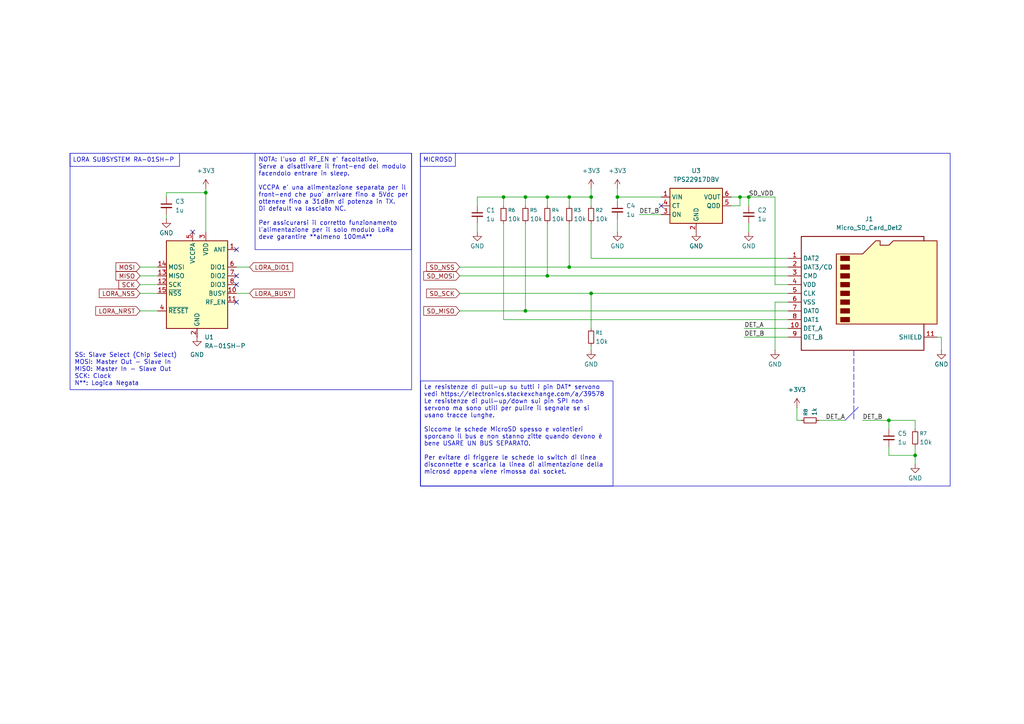
<source format=kicad_sch>
(kicad_sch (version 20250114) (generator "eeschema") (generator_version "9.0")
  (paper "A4")
  (lib_symbols
    (symbol "Connector:Micro_SD_Card_Det2"
      (property "Reference" "J" (at -16.51 17.78 0))
      (property "Value" "Micro_SD_Card_Det2" (at 16.51 17.78 0))
      (symbol "Micro_SD_Card_Det2_0_1"
        (polyline (pts (xy -8.89 -8.89) (xy -8.89 11.43) (xy -1.27 11.43) (xy 2.54 15.24) (xy 3.81 15.24) (xy 3.81 13.97) (xy 6.35 13.97) (xy 7.62 15.24) (xy 20.32 15.24) (xy 20.32 -8.89) (xy -8.89 -8.89)) (stroke (width 0.254)) (fill (type background)))
        (rectangle (start -7.62 10.795) (end -5.08 9.525) (stroke (width 0.254)) (fill (type outline)))
        (rectangle (start -7.62 8.255) (end -5.08 6.985) (stroke (width 0.254)) (fill (type outline)))
        (rectangle (start -7.62 5.715) (end -5.08 4.445) (stroke (width 0.254)) (fill (type outline)))
        (rectangle (start -7.62 3.175) (end -5.08 1.905) (stroke (width 0.254)) (fill (type outline)))
        (rectangle (start -7.62 0.635) (end -5.08 -0.635) (stroke (width 0.254)) (fill (type outline)))
        (rectangle (start -7.62 -1.905) (end -5.08 -3.175) (stroke (width 0.254)) (fill (type outline)))
        (rectangle (start -7.62 -4.445) (end -5.08 -5.715) (stroke (width 0.254)) (fill (type outline)))
        (rectangle (start -7.62 -6.985) (end -5.08 -8.255) (stroke (width 0.254)) (fill (type outline)))
        (polyline (pts (xy 16.51 15.24) (xy 16.51 16.51) (xy -19.05 16.51) (xy -19.05 -16.51) (xy 16.51 -16.51) (xy 16.51 -8.89)) (stroke (width 0.254)))
      )
      (symbol "Micro_SD_Card_Det2_1_1"
        (pin bidirectional line (at -22.86 10.16 0) (length 3.81) (name "DAT2") (number "1"))
        (pin bidirectional line (at -22.86 7.62 0) (length 3.81) (name "DAT3/CD") (number "2"))
        (pin input line (at -22.86 5.08 0) (length 3.81) (name "CMD") (number "3"))
        (pin power_in line (at -22.86 2.54 0) (length 3.81) (name "VDD") (number "4"))
        (pin input line (at -22.86 0 0) (length 3.81) (name "CLK") (number "5"))
        (pin power_in line (at -22.86 -2.54 0) (length 3.81) (name "VSS") (number "6"))
        (pin bidirectional line (at -22.86 -5.08 0) (length 3.81) (name "DAT0") (number "7"))
        (pin bidirectional line (at -22.86 -7.62 0) (length 3.81) (name "DAT1") (number "8"))
        (pin passive line (at -22.86 -10.16 0) (length 3.81) (name "DET_A") (number "10"))
        (pin passive line (at -22.86 -12.7 0) (length 3.81) (name "DET_B") (number "9"))
        (pin passive line (at 20.32 -12.7 180) (length 3.81) (name "SHIELD") (number "11"))
      )
    )
    (symbol "Device:C_Small" (pin_numbers (hide yes)) (pin_names (offset 0.254) (hide yes))
      (property "Reference" "C" (at 0.254 1.778 0))
      (property "Value" "C_Small" (at 0.254 -2.032 0))
      (symbol "C_Small_0_1"
        (polyline (pts (xy -1.524 0.508) (xy 1.524 0.508)) (stroke (width 0.3048)))
        (polyline (pts (xy -1.524 -0.508) (xy 1.524 -0.508)) (stroke (width 0.3302)))
      )
      (symbol "C_Small_1_1"
        (pin passive line (at 0 2.54 270) (length 2.032) (name "~") (number "1"))
        (pin passive line (at 0 -2.54 90) (length 2.032) (name "~") (number "2"))
      )
    )
    (symbol "Device:R_Small" (pin_numbers (hide yes)) (pin_names (offset 0.254) (hide yes))
      (property "Reference" "R" (at 0 0 90))
      (property "Value" "R_Small" (at 1.778 0 90))
      (symbol "R_Small_0_1"
        (rectangle (start -0.762 1.778) (end 0.762 -1.778) (stroke (width 0.2032)))
      )
      (symbol "R_Small_1_1"
        (pin passive line (at 0 2.54 270) (length 0.762) (name "~") (number "1"))
        (pin passive line (at 0 -2.54 90) (length 0.762) (name "~") (number "2"))
      )
    )
    (symbol "LoRa:RA-01SH"
      (property "Reference" "U" (at 7.874 15.748 0))
      (property "Value" "RA-01SH-P" (at 13.208 13.208 0))
      (symbol "RA-01SH_0_1"
        (rectangle (start -8.89 11.43) (end 8.89 -13.97) (stroke (width 0.254)) (fill (type background)))
      )
      (symbol "RA-01SH_1_1"
        (pin input line (at -11.43 3.81 0) (length 2.54) (name "MOSI") (number "14"))
        (pin output line (at -11.43 1.27 0) (length 2.54) (name "MISO") (number "13"))
        (pin input line (at -11.43 -1.27 0) (length 2.54) (name "SCK") (number "12"))
        (pin input line (at -11.43 -3.81 0) (length 2.54) (name "~{NSS}") (number "15"))
        (pin input line (at -11.43 -8.89 0) (length 2.54) (name "~{RESET}") (number "4"))
        (pin bidirectional line (at -1.27 13.97 270) (length 2.54) (name "VCCPA") (number "5"))
        (pin passive line (at 0 -16.51 90) (length 2.54) (hide yes) (name "GND") (number "16"))
        (pin power_in line (at 0 -16.51 90) (length 2.54) (name "GND") (number "2"))
        (pin passive line (at 0 -16.51 90) (length 2.54) (hide yes) (name "GND") (number "9"))
        (pin power_in line (at 2.54 13.97 270) (length 2.54) (name "VDD") (number "3"))
        (pin passive line (at 11.43 8.89 180) (length 2.54) (name "ANT") (number "1"))
        (pin bidirectional line (at 11.43 3.81 180) (length 2.54) (name "DIO1") (number "6"))
        (pin bidirectional line (at 11.43 1.27 180) (length 2.54) (name "DIO2") (number "7"))
        (pin bidirectional line (at 11.43 -1.27 180) (length 2.54) (name "DIO3") (number "8"))
        (pin bidirectional line (at 11.43 -3.81 180) (length 2.54) (name "BUSY") (number "10"))
        (pin bidirectional line (at 11.43 -6.35 180) (length 2.54) (name "RF_EN") (number "11"))
      )
    )
    (symbol "Power_Management:TPS22917DBV"
      (property "Reference" "U" (at -6.35 6.35 0))
      (property "Value" "TPS22917DBV" (at 2.54 6.35 0))
      (symbol "TPS22917DBV_0_1"
        (rectangle (start -7.62 5.08) (end 7.62 -5.08) (stroke (width 0.254)) (fill (type background)))
      )
      (symbol "TPS22917DBV_1_1"
        (pin power_in line (at -10.16 2.54 0) (length 2.54) (name "VIN") (number "1"))
        (pin output line (at -10.16 0 0) (length 2.54) (name "CT") (number "4"))
        (pin input line (at -10.16 -2.54 0) (length 2.54) (name "ON") (number "3"))
        (pin power_in line (at 0 -7.62 90) (length 2.54) (name "GND") (number "2"))
        (pin power_out line (at 10.16 2.54 180) (length 2.54) (name "VOUT") (number "6"))
        (pin open_collector line (at 10.16 0 180) (length 2.54) (name "QOD") (number "5"))
      )
    )
    (symbol "power:+3V3" (power) (pin_numbers (hide yes)) (pin_names (offset 0) (hide yes))
      (property "Value" "+3V3" (at 0 3.556 0))
      (symbol "+3V3_0_1"
        (polyline (pts (xy -0.762 1.27) (xy 0 2.54)))
        (polyline (pts (xy 0 2.54) (xy 0.762 1.27)))
        (polyline (pts (xy 0 0) (xy 0 2.54)))
      )
      (symbol "+3V3_1_1"
        (pin power_in line (at 0 0 90) (length 0) (name "~") (number "1"))
      )
    )
    (symbol "power:GND" (power) (pin_numbers (hide yes)) (pin_names (offset 0) (hide yes))
      (property "Value" "GND" (at 0 -3.81 0))
      (symbol "GND_0_1"
        (polyline (pts (xy 0 0) (xy 0 -1.27) (xy 1.27 -1.27) (xy 0 -2.54) (xy -1.27 -1.27) (xy 0 -1.27)))
      )
      (symbol "GND_1_1"
        (pin power_in line (at 0 0 270) (length 0) (name "~") (number "1"))
      )
    )
  )
  (rectangle (start 121.92 44.45) (end 275.59 140.97))
  (rectangle (start 121.92 44.45) (end 132.08 48.26))
  (rectangle (start 20.32 44.45) (end 119.38 113.03))
  (rectangle (start 20.32 44.45) (end 52.07 48.26))
  (text "SS: Slave Select (Chip Select)\nMOSI: Master Out - Slave In\nMISO: Master In - Slave Out\nSCK: Clock\nN**: Logica Negata" (at 21.59 107.188 0) (effects (font (size 1.27 1.27)) (justify left)))
  (text "LORA SUBSYSTEM RA-01SH-P" (at 21.082 46.482 0) (effects (font (size 1.27 1.27)) (justify left)))
  (text "MICROSD" (at 122.682 46.482 0) (effects (font (size 1.27 1.27)) (justify left)))
  (text_box "NOTA: l'uso di RF_EN e' facoltativo,\nServe a disattivare il front-end del modulo \nfacendolo entrare in sleep.\n\nVCCPA e' una alimentazione separata per il\nfront-end che puo' arrivare fino a 5Vdc per\nottenere fino a 31dBm di potenza in TX.\nDi default va lasciato NC.\n\nPer assicurarsi il corretto funzionamento \nl'alimentazione per il solo modulo LoRa \ndeve garantire **almeno 100mA**\n" (at 73.9775 44.45 0) (size 45.4024 27.9399) (margins 0.9525 0.9525 0.9525 0.9525) (effects (font (size 1.27 1.27)) (justify left top)))
  (text_box "Le resistenze di pull-up su tutti i pin DAT* servono vedi https://electronics.stackexchange.com/a/39578\nLe resistenze di pull-up/down sui pin SPI non servono ma sono utili per pulire il segnale se si usano tracce lunghe.\n\nSiccome le schede MicroSD spesso e volentieri sporcano il bus e non stanno zitte quando devono è bene USARE UN BUS SEPARATO.\n\nPer evitare di friggere le schede lo switch di linea disconnette e scarica la linea di alimentazione della microsd appena viene rimossa dal socket." (at 121.9835 110.49 0) (size 55.8165 30.48) (margins 0.9525 0.9525 0.9525 0.9525) (effects (font (size 1.27 1.27)) (justify left top)))
  (junction (at 214.63 57.15))
  (junction (at 152.4 57.15))
  (junction (at 165.1 57.15))
  (junction (at 152.4 90.17))
  (junction (at 171.45 57.15))
  (junction (at 165.1 77.47))
  (junction (at 158.75 80.01))
  (junction (at 171.45 85.09))
  (junction (at 257.81 121.92))
  (junction (at 59.69 55.88))
  (junction (at 158.75 57.15))
  (junction (at 217.17 57.15))
  (junction (at 146.05 57.15))
  (junction (at 265.43 132.08))
  (junction (at 179.07 57.15))
  (no_connect (at 68.58 82.55))
  (no_connect (at 68.58 72.39))
  (no_connect (at 68.58 80.01))
  (no_connect (at 191.77 59.69))
  (no_connect (at 68.58 87.63))
  (no_connect (at 55.88 67.31))
  (wire (pts (xy 228.6 87.63) (xy 224.79 87.63)))
  (wire (pts (xy 48.26 62.23) (xy 48.26 63.5)))
  (wire (pts (xy 152.4 64.77) (xy 152.4 90.17)))
  (wire (pts (xy 171.45 74.93) (xy 228.6 74.93)))
  (wire (pts (xy 138.43 57.15) (xy 146.05 57.15)))
  (wire (pts (xy 237.49 121.92) (xy 245.11 121.92)))
  (wire (pts (xy 158.75 57.15) (xy 165.1 57.15)))
  (wire (pts (xy 257.81 121.92) (xy 257.81 124.46)))
  (wire (pts (xy 152.4 57.15) (xy 152.4 59.69)))
  (wire (pts (xy 271.78 97.79) (xy 273.05 97.79)))
  (wire (pts (xy 179.07 54.61) (xy 179.07 57.15)))
  (wire (pts (xy 179.07 63.5) (xy 179.07 67.31)))
  (wire (pts (xy 138.43 64.77) (xy 138.43 67.31)))
  (wire (pts (xy 138.43 59.69) (xy 138.43 57.15)))
  (wire (pts (xy 257.81 129.54) (xy 257.81 132.08)))
  (wire (pts (xy 165.1 57.15) (xy 165.1 59.69)))
  (wire (pts (xy 146.05 57.15) (xy 146.05 59.69)))
  (wire (pts (xy 152.4 57.15) (xy 158.75 57.15)))
  (wire (pts (xy 231.14 121.92) (xy 232.41 121.92)))
  (wire (pts (xy 40.64 80.01) (xy 45.72 80.01)))
  (wire (pts (xy 224.79 57.15) (xy 224.79 82.55)))
  (wire (pts (xy 68.58 85.09) (xy 72.39 85.09)))
  (wire (pts (xy 214.63 59.69) (xy 214.63 57.15)))
  (wire (pts (xy 250.19 121.92) (xy 257.81 121.92)))
  (wire (pts (xy 158.75 64.77) (xy 158.75 80.01)))
  (wire (pts (xy 215.9 97.79) (xy 228.6 97.79)))
  (wire (pts (xy 59.69 55.88) (xy 59.69 67.31)))
  (wire (pts (xy 158.75 80.01) (xy 228.6 80.01)))
  (wire (pts (xy 191.77 57.15) (xy 179.07 57.15)))
  (wire (pts (xy 171.45 85.09) (xy 171.45 95.25)))
  (wire (pts (xy 68.58 77.47) (xy 72.39 77.47)))
  (wire (pts (xy 171.45 64.77) (xy 171.45 74.93)))
  (wire (pts (xy 257.81 121.92) (xy 265.43 121.92)))
  (wire (pts (xy 265.43 132.08) (xy 265.43 134.62)))
  (wire (pts (xy 217.17 57.15) (xy 224.79 57.15)))
  (wire (pts (xy 133.35 80.01) (xy 158.75 80.01)))
  (wire (pts (xy 171.45 54.61) (xy 171.45 57.15)))
  (wire (pts (xy 228.6 82.55) (xy 224.79 82.55)))
  (wire (pts (xy 146.05 57.15) (xy 152.4 57.15)))
  (wire (pts (xy 40.64 77.47) (xy 45.72 77.47)))
  (wire (pts (xy 133.35 77.47) (xy 165.1 77.47)))
  (wire (pts (xy 152.4 90.17) (xy 228.6 90.17)))
  (wire (pts (xy 146.05 92.71) (xy 228.6 92.71)))
  (wire (pts (xy 48.26 57.15) (xy 48.26 55.88)))
  (wire (pts (xy 212.09 59.69) (xy 214.63 59.69)))
  (wire (pts (xy 215.9 95.25) (xy 228.6 95.25)))
  (wire (pts (xy 265.43 121.92) (xy 265.43 124.46)))
  (polyline (pts (xy 245.11 121.92) (xy 248.92 118.11)))
  (wire (pts (xy 231.14 118.11) (xy 231.14 121.92)))
  (wire (pts (xy 158.75 57.15) (xy 158.75 59.69)))
  (wire (pts (xy 133.35 85.09) (xy 171.45 85.09)))
  (wire (pts (xy 171.45 57.15) (xy 171.45 59.69)))
  (wire (pts (xy 133.35 90.17) (xy 152.4 90.17)))
  (wire (pts (xy 179.07 57.15) (xy 179.07 58.42)))
  (wire (pts (xy 214.63 57.15) (xy 217.17 57.15)))
  (wire (pts (xy 224.79 87.63) (xy 224.79 101.6)))
  (wire (pts (xy 165.1 57.15) (xy 171.45 57.15)))
  (wire (pts (xy 48.26 55.88) (xy 59.69 55.88)))
  (wire (pts (xy 165.1 77.47) (xy 228.6 77.47)))
  (wire (pts (xy 257.81 132.08) (xy 265.43 132.08)))
  (wire (pts (xy 40.64 90.17) (xy 45.72 90.17)))
  (wire (pts (xy 40.64 85.09) (xy 45.72 85.09)))
  (wire (pts (xy 165.1 64.77) (xy 165.1 77.47)))
  (wire (pts (xy 217.17 59.69) (xy 217.17 57.15)))
  (wire (pts (xy 265.43 129.54) (xy 265.43 132.08)))
  (wire (pts (xy 171.45 100.33) (xy 171.45 101.6)))
  (wire (pts (xy 273.05 97.79) (xy 273.05 101.6)))
  (polyline (pts (xy 247.65 101.6) (xy 247.65 121.92)) (stroke (width 0) (type dash)))
  (wire (pts (xy 217.17 64.77) (xy 217.17 67.31)))
  (wire (pts (xy 185.42 62.23) (xy 191.77 62.23)))
  (wire (pts (xy 146.05 64.77) (xy 146.05 92.71)))
  (wire (pts (xy 59.69 54.61) (xy 59.69 55.88)))
  (wire (pts (xy 212.09 57.15) (xy 214.63 57.15)))
  (wire (pts (xy 40.64 82.55) (xy 45.72 82.55)))
  (wire (pts (xy 171.45 85.09) (xy 228.6 85.09)))
  (label "SD_VDD" (at 217.17 57.15 0))
  (label "DET_A" (at 215.9 95.25 0))
  (label "DET_B" (at 250.19 121.92 0))
  (label "DET_B" (at 185.42 62.23 0))
  (label "DET_B" (at 215.9 97.79 0))
  (label "DET_A" (at 245.11 121.92 180))
  (global_label "LORA_DIO1" (shape input) (at 72.39 77.47 0) (property "Intersheetrefs" "${INTERSHEET_REFS}" (effects (hide yes))))
  (global_label "LORA_NSS" (shape input) (at 40.64 85.09 180) (property "Intersheetrefs" "${INTERSHEET_REFS}" (effects (hide yes))))
  (global_label "LORA_BUSY" (shape input) (at 72.39 85.09 0) (property "Intersheetrefs" "${INTERSHEET_REFS}" (effects (hide yes))))
  (global_label "LORA_NRST" (shape input) (at 40.64 90.17 180) (property "Intersheetrefs" "${INTERSHEET_REFS}" (effects (hide yes))))
  (global_label "SD_MOSI" (shape input) (at 133.35 80.01 180) (property "Intersheetrefs" "${INTERSHEET_REFS}" (effects (hide yes))))
  (global_label "SD_NSS" (shape input) (at 133.35 77.47 180) (property "Intersheetrefs" "${INTERSHEET_REFS}" (effects (hide yes))))
  (global_label "MOSI" (shape input) (at 40.64 77.47 180) (property "Intersheetrefs" "${INTERSHEET_REFS}" (effects (hide yes))))
  (global_label "SCK" (shape input) (at 40.64 82.55 180) (property "Intersheetrefs" "${INTERSHEET_REFS}" (effects (hide yes))))
  (global_label "SD_SCK" (shape input) (at 133.35 85.09 180) (property "Intersheetrefs" "${INTERSHEET_REFS}" (effects (hide yes))))
  (global_label "SD_MISO" (shape input) (at 133.35 90.17 180) (property "Intersheetrefs" "${INTERSHEET_REFS}" (effects (hide yes))))
  (global_label "MISO" (shape input) (at 40.64 80.01 180) (property "Intersheetrefs" "${INTERSHEET_REFS}" (effects (hide yes))))
  (symbol (lib_id "power:GND") (at 201.93 67.31 0) (unit 1)
    (property "Reference" "#PWR04" (effects (hide yes)))
    (property "Value" "GND" (at 201.93 71.374 0))
    (property "Description" "Power symbol creates a global label with name \"GND\" , ground" (effects (hide yes)))
  )
  (symbol (lib_id "Device:R_Small") (at 265.43 127 0) (unit 1)
    (property "Reference" "R7" (at 266.7 125.73 0) (effects (font (size 1.016 1.016)) (justify left)))
    (property "Value" "10k" (at 266.7 128.27 0) (effects (justify left)))
    (property "Footprint" "Resistor_SMD:R_0603_1608Metric_Pad0.98x0.95mm_HandSolder" (effects (hide yes)))
    (property "Description" "Resistor, small symbol" (effects (hide yes)))
  )
  (symbol (lib_id "power:GND") (at 48.26 63.5 0) (unit 1)
    (property "Reference" "#PWR012" (effects (hide yes)))
    (property "Value" "GND" (at 48.26 67.564 0))
    (property "Description" "Power symbol creates a global label with name \"GND\" , ground" (effects (hide yes)))
  )
  (symbol (lib_id "power:GND") (at 171.45 101.6 0) (unit 1)
    (property "Reference" "#PWR07" (effects (hide yes)))
    (property "Value" "GND" (at 171.45 105.664 0))
    (property "Description" "Power symbol creates a global label with name \"GND\" , ground" (effects (hide yes)))
  )
  (symbol (lib_id "Device:C_Small") (at 179.07 60.96 0) (unit 1)
    (property "Reference" "C4" (at 181.61 59.6962 0) (effects (justify left)))
    (property "Value" "1u" (at 181.61 62.2362 0) (effects (justify left)))
    (property "Footprint" "Capacitor_SMD:C_0603_1608Metric_Pad1.08x0.95mm_HandSolder" (effects (hide yes)))
    (property "Description" "Unpolarized capacitor, small symbol" (effects (hide yes)))
  )
  (symbol (lib_id "power:GND") (at 179.07 67.31 0) (unit 1)
    (property "Reference" "#PWR08" (effects (hide yes)))
    (property "Value" "GND" (at 179.07 71.374 0))
    (property "Description" "Power symbol creates a global label with name \"GND\" , ground" (effects (hide yes)))
  )
  (symbol (lib_id "power:+3V3") (at 171.45 54.61 0) (unit 1)
    (property "Reference" "#PWR02" (effects (hide yes)))
    (property "Value" "+3V3" (at 171.45 49.53 0))
    (property "Description" "Power symbol creates a global label with name \"+3V3\"" (effects (hide yes)))
  )
  (symbol (lib_id "Device:R_Small") (at 146.05 62.23 0) (unit 1)
    (property "Reference" "R6" (at 147.32 60.96 0) (effects (font (size 1.016 1.016)) (justify left)))
    (property "Value" "10k" (at 147.32 63.5 0) (effects (justify left)))
    (property "Footprint" "Resistor_SMD:R_0603_1608Metric_Pad0.98x0.95mm_HandSolder" (effects (hide yes)))
    (property "Description" "Resistor, small symbol" (effects (hide yes)))
  )
  (symbol (lib_id "power:+3V3") (at 59.69 54.61 0) (unit 1)
    (property "Reference" "#PWR011" (effects (hide yes)))
    (property "Value" "+3V3" (at 59.69 49.53 0))
    (property "Description" "Power symbol creates a global label with name \"+3V3\"" (effects (hide yes)))
  )
  (symbol (lib_id "Power_Management:TPS22917DBV") (at 201.93 59.69 0) (unit 1)
    (property "Reference" "U3" (at 201.93 49.53 0))
    (property "Value" "TPS22917DBV" (at 201.93 52.07 0))
    (property "Footprint" "Package_TO_SOT_SMD:SOT-23-6" (effects (hide yes)))
    (property "Datasheet" "http://www.ti.com/lit/ds/symlink/tps22917.pdf" (effects (hide yes)))
    (property "Description" "1V to 5.5V, 2A, 80mΩ Ultra-Low Leakage Load Switch, SOT23-6" (effects (hide yes)))
  )
  (symbol (lib_id "Device:R_Small") (at 171.45 97.79 0) (unit 1)
    (property "Reference" "R1" (at 172.72 96.52 0) (effects (font (size 1.016 1.016)) (justify left)))
    (property "Value" "10k" (at 172.72 99.06 0) (effects (justify left)))
    (property "Footprint" "Resistor_SMD:R_0603_1608Metric_Pad0.98x0.95mm_HandSolder" (effects (hide yes)))
    (property "Description" "Resistor, small symbol" (effects (hide yes)))
  )
  (symbol (lib_id "Device:R_Small") (at 158.75 62.23 0) (unit 1)
    (property "Reference" "R4" (at 160.02 60.96 0) (effects (font (size 1.016 1.016)) (justify left)))
    (property "Value" "10k" (at 160.02 63.5 0) (effects (justify left)))
    (property "Footprint" "Resistor_SMD:R_0603_1608Metric_Pad0.98x0.95mm_HandSolder" (effects (hide yes)))
    (property "Description" "Resistor, small symbol" (effects (hide yes)))
  )
  (symbol (lib_id "power:GND") (at 265.43 134.62 0) (unit 1)
    (property "Reference" "#PWR013" (effects (hide yes)))
    (property "Value" "GND" (at 265.43 138.684 0))
    (property "Description" "Power symbol creates a global label with name \"GND\" , ground" (effects (hide yes)))
  )
  (symbol (lib_id "LoRa:RA-01SH") (at 57.15 81.28 0) (unit 1)
    (property "Reference" "U1" (at 59.2933 97.79 0) (effects (justify left)))
    (property "Value" "RA-01SH-P" (at 59.2933 100.33 0) (effects (justify left)))
    (property "Footprint" "RF_Module:Ai-Thinker-Ra-01-LoRa" (effects (hide yes)))
    (property "Datasheet" "https://en.ai-thinker.com/Uploads/file/20240927/20240927114430_30249.pdf" (effects (hide yes)))
  )
  (symbol (lib_id "power:+3V3") (at 179.07 54.61 0) (unit 1)
    (property "Reference" "#PWR010" (effects (hide yes)))
    (property "Value" "+3V3" (at 179.07 49.53 0))
    (property "Description" "Power symbol creates a global label with name \"+3V3\"" (effects (hide yes)))
  )
  (symbol (lib_id "Device:C_Small") (at 138.43 62.23 0) (unit 1)
    (property "Reference" "C1" (at 140.97 60.9662 0) (effects (justify left)))
    (property "Value" "1u" (at 140.97 63.5062 0) (effects (justify left)))
    (property "Footprint" "Capacitor_SMD:C_0603_1608Metric_Pad1.08x0.95mm_HandSolder" (effects (hide yes)))
    (property "Description" "Unpolarized capacitor, small symbol" (effects (hide yes)))
  )
  (symbol (lib_id "Connector:Micro_SD_Card_Det2") (at 251.46 85.09 0) (unit 1)
    (property "Reference" "J1" (at 252.095 63.5 0))
    (property "Value" "Micro_SD_Card_Det2" (at 252.095 66.04 0))
    (property "Footprint" "MicroSD:microSD_HC_Molex_104031-0811_Handsolder" (effects (hide yes)))
    (property "Datasheet" "https://www.hirose.com/en/product/document?clcode=&productname=&series=DM3&documenttype=Catalog&lang=en&documentid=D49662_en" (effects (hide yes)))
    (property "Description" "Micro SD Card Socket with two card detection pins" (effects (hide yes)))
  )
  (symbol (lib_id "power:GND") (at 273.05 101.6 0) (unit 1)
    (property "Reference" "#PWR01" (effects (hide yes)))
    (property "Value" "GND" (at 273.05 105.664 0))
    (property "Description" "Power symbol creates a global label with name \"GND\" , ground" (effects (hide yes)))
  )
  (symbol (lib_id "power:GND") (at 217.17 67.31 0) (unit 1)
    (property "Reference" "#PWR05" (effects (hide yes)))
    (property "Value" "GND" (at 217.17 71.374 0))
    (property "Description" "Power symbol creates a global label with name \"GND\" , ground" (effects (hide yes)))
  )
  (symbol (lib_id "Device:C_Small") (at 217.17 62.23 0) (unit 1)
    (property "Reference" "C2" (at 219.71 60.9662 0) (effects (justify left)))
    (property "Value" "1u" (at 219.71 63.5062 0) (effects (justify left)))
    (property "Footprint" "Capacitor_SMD:C_0603_1608Metric_Pad1.08x0.95mm_HandSolder" (effects (hide yes)))
    (property "Description" "Unpolarized capacitor, small symbol" (effects (hide yes)))
  )
  (symbol (lib_id "Device:C_Small") (at 257.81 127 0) (unit 1)
    (property "Reference" "C5" (at 260.35 125.7362 0) (effects (justify left)))
    (property "Value" "1u" (at 260.35 128.2762 0) (effects (justify left)))
    (property "Footprint" "Capacitor_SMD:C_0603_1608Metric_Pad1.08x0.95mm_HandSolder" (effects (hide yes)))
    (property "Description" "Unpolarized capacitor, small symbol" (effects (hide yes)))
  )
  (symbol (lib_id "power:+3V3") (at 231.14 118.11 0) (unit 1)
    (property "Reference" "#PWR014" (effects (hide yes)))
    (property "Value" "+3V3" (at 231.14 113.03 0))
    (property "Description" "Power symbol creates a global label with name \"+3V3\"" (effects (hide yes)))
  )
  (symbol (lib_id "Device:R_Small") (at 171.45 62.23 0) (unit 1)
    (property "Reference" "R2" (at 172.72 60.96 0) (effects (font (size 1.016 1.016)) (justify left)))
    (property "Value" "10k" (at 172.72 63.5 0) (effects (justify left)))
    (property "Footprint" "Resistor_SMD:R_0603_1608Metric_Pad0.98x0.95mm_HandSolder" (effects (hide yes)))
    (property "Description" "Resistor, small symbol" (effects (hide yes)))
  )
  (symbol (lib_id "power:GND") (at 57.15 97.79 0) (unit 1)
    (property "Reference" "#PWR09" (effects (hide yes)))
    (property "Value" "GND" (at 57.15 102.87 0))
    (property "Description" "Power symbol creates a global label with name \"GND\" , ground" (effects (hide yes)))
  )
  (symbol (lib_id "Device:R_Small") (at 165.1 62.23 0) (unit 1)
    (property "Reference" "R3" (at 166.37 60.96 0) (effects (font (size 1.016 1.016)) (justify left)))
    (property "Value" "10k" (at 166.37 63.5 0) (effects (justify left)))
    (property "Footprint" "Resistor_SMD:R_0603_1608Metric_Pad0.98x0.95mm_HandSolder" (effects (hide yes)))
    (property "Description" "Resistor, small symbol" (effects (hide yes)))
  )
  (symbol (lib_id "Device:R_Small") (at 152.4 62.23 0) (unit 1)
    (property "Reference" "R5" (at 153.67 60.96 0) (effects (font (size 1.016 1.016)) (justify left)))
    (property "Value" "10k" (at 153.67 63.5 0) (effects (justify left)))
    (property "Footprint" "Resistor_SMD:R_0603_1608Metric_Pad0.98x0.95mm_HandSolder" (effects (hide yes)))
    (property "Description" "Resistor, small symbol" (effects (hide yes)))
  )
  (symbol (lib_id "Device:R_Small") (at 234.95 121.92 90) (unit 1)
    (property "Reference" "R8" (at 233.68 120.65 0) (effects (font (size 1.016 1.016)) (justify left)))
    (property "Value" "1k" (at 236.22 120.65 0) (effects (justify left)))
    (property "Footprint" "Resistor_SMD:R_0603_1608Metric_Pad0.98x0.95mm_HandSolder" (effects (hide yes)))
    (property "Description" "Resistor, small symbol" (effects (hide yes)))
  )
  (symbol (lib_id "power:GND") (at 138.43 67.31 0) (unit 1)
    (property "Reference" "#PWR03" (effects (hide yes)))
    (property "Value" "GND" (at 138.43 71.374 0))
    (property "Description" "Power symbol creates a global label with name \"GND\" , ground" (effects (hide yes)))
  )
  (symbol (lib_id "Device:C_Small") (at 48.26 59.69 0) (unit 1)
    (property "Reference" "C3" (at 50.8 58.4262 0) (effects (justify left)))
    (property "Value" "1u" (at 50.8 60.9662 0) (effects (justify left)))
    (property "Footprint" "Capacitor_SMD:C_0603_1608Metric_Pad1.08x0.95mm_HandSolder" (effects (hide yes)))
    (property "Description" "Unpolarized capacitor, small symbol" (effects (hide yes)))
  )
  (symbol (lib_id "power:GND") (at 224.79 101.6 0) (unit 1)
    (property "Reference" "#PWR06" (effects (hide yes)))
    (property "Value" "GND" (at 224.79 105.664 0))
    (property "Description" "Power symbol creates a global label with name \"GND\" , ground" (effects (hide yes)))
  )
)
</source>
